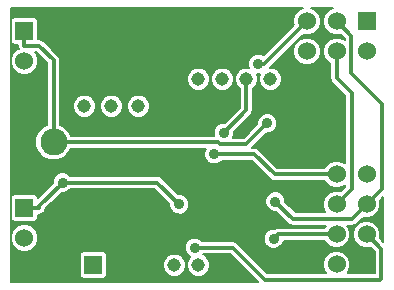
<source format=gbl>
G04 (created by PCBNEW (2011-nov-30)-testing) date Sun 23 Sep 2012 15:15:45 EDT*
%MOIN*%
G04 Gerber Fmt 3.4, Leading zero omitted, Abs format*
%FSLAX34Y34*%
G01*
G70*
G90*
G04 APERTURE LIST*
%ADD10C,0.006*%
%ADD11R,0.06X0.06*%
%ADD12C,0.06*%
%ADD13C,0.09*%
%ADD14C,0.045*%
%ADD15C,0.035*%
%ADD16C,0.012*%
%ADD17C,0.0079*%
G04 APERTURE END LIST*
G54D10*
G54D11*
X61709Y-44980D03*
G54D12*
X60709Y-44980D03*
X61709Y-43980D03*
X60709Y-43980D03*
X61709Y-42980D03*
X60709Y-42980D03*
X61709Y-41980D03*
X60709Y-41980D03*
G54D11*
X61717Y-36878D03*
G54D12*
X61717Y-37878D03*
X60717Y-36878D03*
X60717Y-37878D03*
X59717Y-36878D03*
X59717Y-37878D03*
G54D11*
X50300Y-43100D03*
G54D12*
X50300Y-44100D03*
G54D11*
X52600Y-45000D03*
G54D12*
X51600Y-45000D03*
G54D13*
X59150Y-40900D03*
X51276Y-40900D03*
G54D14*
X56100Y-45000D03*
X55300Y-45000D03*
X52300Y-39700D03*
X53200Y-39700D03*
X54100Y-39700D03*
X56100Y-38800D03*
X56900Y-38800D03*
X57700Y-38800D03*
X58500Y-38800D03*
G54D11*
X50300Y-37200D03*
G54D12*
X50300Y-38200D03*
G54D15*
X51573Y-42248D03*
X55458Y-42980D03*
X58396Y-40279D03*
X55978Y-44424D03*
X56625Y-41310D03*
X58088Y-38299D03*
X58664Y-42881D03*
X58612Y-44126D03*
X57117Y-41905D03*
X56947Y-40597D03*
G54D16*
X50783Y-43038D02*
X51573Y-42248D01*
X50783Y-43100D02*
X50783Y-43038D01*
X50300Y-43100D02*
X50783Y-43100D01*
X54726Y-42248D02*
X55458Y-42980D01*
X51573Y-42248D02*
X54726Y-42248D01*
X50300Y-37200D02*
X50300Y-37683D01*
X50783Y-37683D02*
X50300Y-37683D01*
X51276Y-38176D02*
X50783Y-37683D01*
X51276Y-40900D02*
X51276Y-38176D01*
X57703Y-40972D02*
X58396Y-40279D01*
X56815Y-40972D02*
X57703Y-40972D01*
X56743Y-40900D02*
X56815Y-40972D01*
X51276Y-40900D02*
X56743Y-40900D01*
X57247Y-44424D02*
X55978Y-44424D01*
X58307Y-45484D02*
X57247Y-44424D01*
X62159Y-45484D02*
X58307Y-45484D01*
X62193Y-45450D02*
X62159Y-45484D01*
X62193Y-44464D02*
X62193Y-45450D01*
X61709Y-43980D02*
X62193Y-44464D01*
X57967Y-41310D02*
X56625Y-41310D01*
X58637Y-41980D02*
X57967Y-41310D01*
X60709Y-41980D02*
X58637Y-41980D01*
X61209Y-42480D02*
X60709Y-42980D01*
X61209Y-39262D02*
X61209Y-42480D01*
X60717Y-38770D02*
X61209Y-39262D01*
X60717Y-37878D02*
X60717Y-38770D01*
X58296Y-38299D02*
X58088Y-38299D01*
X59717Y-36878D02*
X58296Y-38299D01*
X62216Y-42473D02*
X61709Y-42980D01*
X62216Y-39626D02*
X62216Y-42473D01*
X61201Y-38611D02*
X62216Y-39626D01*
X61201Y-37362D02*
X61201Y-38611D01*
X60717Y-36878D02*
X61201Y-37362D01*
X59247Y-43464D02*
X58664Y-42881D01*
X61225Y-43464D02*
X59247Y-43464D01*
X61709Y-42980D02*
X61225Y-43464D01*
X58758Y-43980D02*
X58612Y-44126D01*
X60709Y-43980D02*
X58758Y-43980D01*
X61709Y-44980D02*
X61226Y-44980D01*
X56551Y-43755D02*
X57117Y-43189D01*
X52845Y-43755D02*
X56551Y-43755D01*
X51600Y-45000D02*
X52845Y-43755D01*
X61226Y-44531D02*
X61226Y-44980D01*
X61192Y-44497D02*
X61226Y-44531D01*
X58425Y-44497D02*
X61192Y-44497D01*
X57117Y-43189D02*
X58425Y-44497D01*
X57117Y-43189D02*
X57117Y-41905D01*
X57700Y-39844D02*
X56947Y-40597D01*
X57700Y-38800D02*
X57700Y-39844D01*
G54D10*
G36*
X60990Y-41613D02*
X60969Y-41592D01*
X60801Y-41522D01*
X60618Y-41522D01*
X60450Y-41591D01*
X60321Y-41720D01*
X60303Y-41761D01*
X60175Y-41761D01*
X60175Y-37970D01*
X60175Y-37787D01*
X60106Y-37619D01*
X59977Y-37490D01*
X59809Y-37420D01*
X59626Y-37420D01*
X59458Y-37489D01*
X59329Y-37618D01*
X59259Y-37786D01*
X59259Y-37969D01*
X59328Y-38137D01*
X59457Y-38266D01*
X59625Y-38336D01*
X59808Y-38336D01*
X59976Y-38267D01*
X60105Y-38138D01*
X60175Y-37970D01*
X60175Y-41761D01*
X58727Y-41761D01*
X58122Y-41155D01*
X58051Y-41108D01*
X57967Y-41091D01*
X57894Y-41091D01*
X58371Y-40613D01*
X58462Y-40614D01*
X58585Y-40563D01*
X58679Y-40469D01*
X58730Y-40346D01*
X58731Y-40213D01*
X58680Y-40090D01*
X58586Y-39996D01*
X58463Y-39945D01*
X58330Y-39944D01*
X58207Y-39995D01*
X58113Y-40089D01*
X58062Y-40212D01*
X58061Y-40303D01*
X57612Y-40753D01*
X57244Y-40753D01*
X57281Y-40664D01*
X57281Y-40572D01*
X57852Y-40000D01*
X57854Y-39999D01*
X57855Y-39999D01*
X57902Y-39928D01*
X57919Y-39845D01*
X57918Y-39844D01*
X57919Y-39844D01*
X57919Y-39123D01*
X58025Y-39018D01*
X58083Y-38877D01*
X58084Y-38724D01*
X58046Y-38633D01*
X58153Y-38633D01*
X58117Y-38723D01*
X58116Y-38876D01*
X58175Y-39017D01*
X58282Y-39125D01*
X58423Y-39183D01*
X58576Y-39184D01*
X58717Y-39125D01*
X58825Y-39018D01*
X58883Y-38877D01*
X58884Y-38724D01*
X58825Y-38583D01*
X58718Y-38475D01*
X58577Y-38417D01*
X58488Y-38416D01*
X59584Y-37319D01*
X59625Y-37336D01*
X59808Y-37336D01*
X59976Y-37267D01*
X60105Y-37138D01*
X60175Y-36970D01*
X60175Y-36787D01*
X60106Y-36619D01*
X59977Y-36490D01*
X59854Y-36439D01*
X60579Y-36439D01*
X60458Y-36489D01*
X60329Y-36618D01*
X60259Y-36786D01*
X60259Y-36969D01*
X60328Y-37137D01*
X60457Y-37266D01*
X60625Y-37336D01*
X60808Y-37336D01*
X60848Y-37319D01*
X60982Y-37453D01*
X60982Y-37495D01*
X60977Y-37490D01*
X60809Y-37420D01*
X60626Y-37420D01*
X60458Y-37489D01*
X60329Y-37618D01*
X60259Y-37786D01*
X60259Y-37969D01*
X60328Y-38137D01*
X60457Y-38266D01*
X60498Y-38283D01*
X60498Y-38770D01*
X60515Y-38854D01*
X60562Y-38925D01*
X60990Y-39352D01*
X60990Y-41613D01*
X60990Y-41613D01*
G37*
G54D17*
X60990Y-41613D02*
X60969Y-41592D01*
X60801Y-41522D01*
X60618Y-41522D01*
X60450Y-41591D01*
X60321Y-41720D01*
X60303Y-41761D01*
X60175Y-41761D01*
X60175Y-37970D01*
X60175Y-37787D01*
X60106Y-37619D01*
X59977Y-37490D01*
X59809Y-37420D01*
X59626Y-37420D01*
X59458Y-37489D01*
X59329Y-37618D01*
X59259Y-37786D01*
X59259Y-37969D01*
X59328Y-38137D01*
X59457Y-38266D01*
X59625Y-38336D01*
X59808Y-38336D01*
X59976Y-38267D01*
X60105Y-38138D01*
X60175Y-37970D01*
X60175Y-41761D01*
X58727Y-41761D01*
X58122Y-41155D01*
X58051Y-41108D01*
X57967Y-41091D01*
X57894Y-41091D01*
X58371Y-40613D01*
X58462Y-40614D01*
X58585Y-40563D01*
X58679Y-40469D01*
X58730Y-40346D01*
X58731Y-40213D01*
X58680Y-40090D01*
X58586Y-39996D01*
X58463Y-39945D01*
X58330Y-39944D01*
X58207Y-39995D01*
X58113Y-40089D01*
X58062Y-40212D01*
X58061Y-40303D01*
X57612Y-40753D01*
X57244Y-40753D01*
X57281Y-40664D01*
X57281Y-40572D01*
X57852Y-40000D01*
X57854Y-39999D01*
X57855Y-39999D01*
X57902Y-39928D01*
X57919Y-39845D01*
X57918Y-39844D01*
X57919Y-39844D01*
X57919Y-39123D01*
X58025Y-39018D01*
X58083Y-38877D01*
X58084Y-38724D01*
X58046Y-38633D01*
X58153Y-38633D01*
X58117Y-38723D01*
X58116Y-38876D01*
X58175Y-39017D01*
X58282Y-39125D01*
X58423Y-39183D01*
X58576Y-39184D01*
X58717Y-39125D01*
X58825Y-39018D01*
X58883Y-38877D01*
X58884Y-38724D01*
X58825Y-38583D01*
X58718Y-38475D01*
X58577Y-38417D01*
X58488Y-38416D01*
X59584Y-37319D01*
X59625Y-37336D01*
X59808Y-37336D01*
X59976Y-37267D01*
X60105Y-37138D01*
X60175Y-36970D01*
X60175Y-36787D01*
X60106Y-36619D01*
X59977Y-36490D01*
X59854Y-36439D01*
X60579Y-36439D01*
X60458Y-36489D01*
X60329Y-36618D01*
X60259Y-36786D01*
X60259Y-36969D01*
X60328Y-37137D01*
X60457Y-37266D01*
X60625Y-37336D01*
X60808Y-37336D01*
X60848Y-37319D01*
X60982Y-37453D01*
X60982Y-37495D01*
X60977Y-37490D01*
X60809Y-37420D01*
X60626Y-37420D01*
X60458Y-37489D01*
X60329Y-37618D01*
X60259Y-37786D01*
X60259Y-37969D01*
X60328Y-38137D01*
X60457Y-38266D01*
X60498Y-38283D01*
X60498Y-38770D01*
X60515Y-38854D01*
X60562Y-38925D01*
X60990Y-39352D01*
X60990Y-41613D01*
G54D10*
G36*
X62261Y-44222D02*
X62150Y-44111D01*
X62167Y-44072D01*
X62167Y-43889D01*
X62098Y-43721D01*
X61969Y-43592D01*
X61801Y-43522D01*
X61618Y-43522D01*
X61450Y-43591D01*
X61321Y-43720D01*
X61251Y-43888D01*
X61251Y-44071D01*
X61320Y-44239D01*
X61449Y-44368D01*
X61617Y-44438D01*
X61800Y-44438D01*
X61840Y-44421D01*
X61974Y-44555D01*
X61974Y-45265D01*
X61072Y-45265D01*
X61097Y-45240D01*
X61167Y-45072D01*
X61167Y-44889D01*
X61098Y-44721D01*
X60969Y-44592D01*
X60801Y-44522D01*
X60618Y-44522D01*
X60450Y-44591D01*
X60321Y-44720D01*
X60251Y-44888D01*
X60251Y-45071D01*
X60320Y-45239D01*
X60346Y-45265D01*
X58398Y-45265D01*
X57402Y-44269D01*
X57331Y-44222D01*
X57247Y-44205D01*
X56232Y-44205D01*
X56168Y-44141D01*
X56045Y-44090D01*
X55912Y-44089D01*
X55793Y-44138D01*
X55793Y-42914D01*
X55742Y-42791D01*
X55648Y-42697D01*
X55525Y-42646D01*
X55433Y-42645D01*
X54881Y-42093D01*
X54810Y-42046D01*
X54726Y-42029D01*
X51827Y-42029D01*
X51763Y-41965D01*
X51640Y-41914D01*
X51507Y-41913D01*
X51384Y-41964D01*
X51290Y-42058D01*
X51239Y-42181D01*
X51238Y-42272D01*
X50754Y-42756D01*
X50735Y-42711D01*
X50691Y-42666D01*
X50632Y-42641D01*
X50569Y-42641D01*
X49969Y-42641D01*
X49911Y-42665D01*
X49866Y-42709D01*
X49841Y-42768D01*
X49841Y-42831D01*
X49841Y-43431D01*
X49865Y-43489D01*
X49909Y-43534D01*
X49968Y-43559D01*
X50031Y-43559D01*
X50631Y-43559D01*
X50689Y-43535D01*
X50734Y-43491D01*
X50759Y-43432D01*
X50759Y-43369D01*
X50759Y-43319D01*
X50783Y-43319D01*
X50867Y-43302D01*
X50938Y-43255D01*
X50985Y-43184D01*
X50994Y-43136D01*
X51548Y-42582D01*
X51639Y-42583D01*
X51762Y-42532D01*
X51827Y-42467D01*
X54635Y-42467D01*
X55123Y-42955D01*
X55123Y-43046D01*
X55174Y-43169D01*
X55268Y-43263D01*
X55391Y-43314D01*
X55524Y-43315D01*
X55647Y-43264D01*
X55741Y-43170D01*
X55792Y-43047D01*
X55793Y-42914D01*
X55793Y-44138D01*
X55789Y-44140D01*
X55695Y-44234D01*
X55644Y-44357D01*
X55643Y-44490D01*
X55694Y-44613D01*
X55788Y-44707D01*
X55832Y-44725D01*
X55775Y-44782D01*
X55717Y-44923D01*
X55716Y-45076D01*
X55775Y-45217D01*
X55882Y-45325D01*
X56023Y-45383D01*
X56176Y-45384D01*
X56317Y-45325D01*
X56425Y-45218D01*
X56483Y-45077D01*
X56484Y-44924D01*
X56425Y-44783D01*
X56318Y-44675D01*
X56240Y-44643D01*
X57156Y-44643D01*
X58074Y-45561D01*
X55684Y-45561D01*
X55684Y-44924D01*
X55625Y-44783D01*
X55518Y-44675D01*
X55377Y-44617D01*
X55224Y-44616D01*
X55083Y-44675D01*
X54975Y-44782D01*
X54917Y-44923D01*
X54916Y-45076D01*
X54975Y-45217D01*
X55082Y-45325D01*
X55223Y-45383D01*
X55376Y-45384D01*
X55517Y-45325D01*
X55625Y-45218D01*
X55683Y-45077D01*
X55684Y-44924D01*
X55684Y-45561D01*
X53059Y-45561D01*
X53059Y-45332D01*
X53059Y-45269D01*
X53059Y-44669D01*
X53035Y-44611D01*
X52991Y-44566D01*
X52932Y-44541D01*
X52869Y-44541D01*
X52269Y-44541D01*
X52211Y-44565D01*
X52166Y-44609D01*
X52141Y-44668D01*
X52141Y-44731D01*
X52141Y-45331D01*
X52165Y-45389D01*
X52209Y-45434D01*
X52268Y-45459D01*
X52331Y-45459D01*
X52931Y-45459D01*
X52989Y-45435D01*
X53034Y-45391D01*
X53059Y-45332D01*
X53059Y-45561D01*
X50758Y-45561D01*
X50758Y-44192D01*
X50758Y-44009D01*
X50689Y-43841D01*
X50560Y-43712D01*
X50392Y-43642D01*
X50209Y-43642D01*
X50041Y-43711D01*
X49912Y-43840D01*
X49842Y-44008D01*
X49842Y-44191D01*
X49911Y-44359D01*
X50040Y-44488D01*
X50208Y-44558D01*
X50391Y-44558D01*
X50559Y-44489D01*
X50688Y-44360D01*
X50758Y-44192D01*
X50758Y-45561D01*
X49839Y-45561D01*
X49839Y-36439D01*
X59579Y-36439D01*
X59458Y-36489D01*
X59329Y-36618D01*
X59259Y-36786D01*
X59259Y-36969D01*
X59275Y-37009D01*
X58271Y-38013D01*
X58155Y-37965D01*
X58022Y-37964D01*
X57899Y-38015D01*
X57805Y-38109D01*
X57754Y-38232D01*
X57753Y-38365D01*
X57774Y-38416D01*
X57624Y-38416D01*
X57483Y-38475D01*
X57375Y-38582D01*
X57317Y-38723D01*
X57316Y-38876D01*
X57375Y-39017D01*
X57481Y-39123D01*
X57481Y-39753D01*
X57284Y-39949D01*
X57284Y-38724D01*
X57225Y-38583D01*
X57118Y-38475D01*
X56977Y-38417D01*
X56824Y-38416D01*
X56683Y-38475D01*
X56575Y-38582D01*
X56517Y-38723D01*
X56516Y-38876D01*
X56575Y-39017D01*
X56682Y-39125D01*
X56823Y-39183D01*
X56976Y-39184D01*
X57117Y-39125D01*
X57225Y-39018D01*
X57283Y-38877D01*
X57284Y-38724D01*
X57284Y-39949D01*
X56971Y-40262D01*
X56881Y-40262D01*
X56758Y-40313D01*
X56664Y-40407D01*
X56613Y-40530D01*
X56612Y-40663D01*
X56619Y-40681D01*
X56484Y-40681D01*
X56484Y-38724D01*
X56425Y-38583D01*
X56318Y-38475D01*
X56177Y-38417D01*
X56024Y-38416D01*
X55883Y-38475D01*
X55775Y-38582D01*
X55717Y-38723D01*
X55716Y-38876D01*
X55775Y-39017D01*
X55882Y-39125D01*
X56023Y-39183D01*
X56176Y-39184D01*
X56317Y-39125D01*
X56425Y-39018D01*
X56483Y-38877D01*
X56484Y-38724D01*
X56484Y-40681D01*
X54484Y-40681D01*
X54484Y-39624D01*
X54425Y-39483D01*
X54318Y-39375D01*
X54177Y-39317D01*
X54024Y-39316D01*
X53883Y-39375D01*
X53775Y-39482D01*
X53717Y-39623D01*
X53716Y-39776D01*
X53775Y-39917D01*
X53882Y-40025D01*
X54023Y-40083D01*
X54176Y-40084D01*
X54317Y-40025D01*
X54425Y-39918D01*
X54483Y-39777D01*
X54484Y-39624D01*
X54484Y-40681D01*
X53584Y-40681D01*
X53584Y-39624D01*
X53525Y-39483D01*
X53418Y-39375D01*
X53277Y-39317D01*
X53124Y-39316D01*
X52983Y-39375D01*
X52875Y-39482D01*
X52817Y-39623D01*
X52816Y-39776D01*
X52875Y-39917D01*
X52982Y-40025D01*
X53123Y-40083D01*
X53276Y-40084D01*
X53417Y-40025D01*
X53525Y-39918D01*
X53583Y-39777D01*
X53584Y-39624D01*
X53584Y-40681D01*
X52684Y-40681D01*
X52684Y-39624D01*
X52625Y-39483D01*
X52518Y-39375D01*
X52377Y-39317D01*
X52224Y-39316D01*
X52083Y-39375D01*
X51975Y-39482D01*
X51917Y-39623D01*
X51916Y-39776D01*
X51975Y-39917D01*
X52082Y-40025D01*
X52223Y-40083D01*
X52376Y-40084D01*
X52517Y-40025D01*
X52625Y-39918D01*
X52683Y-39777D01*
X52684Y-39624D01*
X52684Y-40681D01*
X51843Y-40681D01*
X51792Y-40556D01*
X51621Y-40385D01*
X51495Y-40332D01*
X51495Y-38176D01*
X51478Y-38092D01*
X51431Y-38021D01*
X50938Y-37528D01*
X50867Y-37481D01*
X50783Y-37464D01*
X50759Y-37464D01*
X50759Y-36869D01*
X50735Y-36811D01*
X50691Y-36766D01*
X50632Y-36741D01*
X50569Y-36741D01*
X49969Y-36741D01*
X49911Y-36765D01*
X49866Y-36809D01*
X49841Y-36868D01*
X49841Y-36931D01*
X49841Y-37531D01*
X49865Y-37589D01*
X49909Y-37634D01*
X49968Y-37659D01*
X50031Y-37659D01*
X50081Y-37659D01*
X50081Y-37683D01*
X50098Y-37767D01*
X50108Y-37783D01*
X50041Y-37811D01*
X49912Y-37940D01*
X49842Y-38108D01*
X49842Y-38291D01*
X49911Y-38459D01*
X50040Y-38588D01*
X50208Y-38658D01*
X50391Y-38658D01*
X50559Y-38589D01*
X50688Y-38460D01*
X50758Y-38292D01*
X50758Y-38109D01*
X50689Y-37941D01*
X50650Y-37902D01*
X50692Y-37902D01*
X51057Y-38267D01*
X51057Y-40332D01*
X50932Y-40384D01*
X50761Y-40555D01*
X50668Y-40779D01*
X50668Y-41020D01*
X50760Y-41244D01*
X50931Y-41415D01*
X51155Y-41508D01*
X51396Y-41508D01*
X51620Y-41416D01*
X51791Y-41245D01*
X51843Y-41119D01*
X56343Y-41119D01*
X56342Y-41120D01*
X56291Y-41243D01*
X56290Y-41376D01*
X56341Y-41499D01*
X56435Y-41593D01*
X56558Y-41644D01*
X56691Y-41645D01*
X56814Y-41594D01*
X56879Y-41529D01*
X57876Y-41529D01*
X58480Y-42132D01*
X58482Y-42135D01*
X58553Y-42182D01*
X58637Y-42199D01*
X60303Y-42199D01*
X60320Y-42239D01*
X60449Y-42368D01*
X60617Y-42438D01*
X60800Y-42438D01*
X60968Y-42369D01*
X60990Y-42347D01*
X60990Y-42389D01*
X60840Y-42538D01*
X60801Y-42522D01*
X60618Y-42522D01*
X60450Y-42591D01*
X60321Y-42720D01*
X60251Y-42888D01*
X60251Y-43071D01*
X60320Y-43239D01*
X60326Y-43245D01*
X59338Y-43245D01*
X58998Y-42905D01*
X58999Y-42815D01*
X58948Y-42692D01*
X58854Y-42598D01*
X58731Y-42547D01*
X58598Y-42546D01*
X58475Y-42597D01*
X58381Y-42691D01*
X58330Y-42814D01*
X58329Y-42947D01*
X58380Y-43070D01*
X58474Y-43164D01*
X58597Y-43215D01*
X58688Y-43215D01*
X59092Y-43619D01*
X59163Y-43666D01*
X59247Y-43683D01*
X60358Y-43683D01*
X60321Y-43720D01*
X60303Y-43761D01*
X58758Y-43761D01*
X58674Y-43778D01*
X58653Y-43791D01*
X58546Y-43791D01*
X58423Y-43842D01*
X58329Y-43936D01*
X58278Y-44059D01*
X58277Y-44192D01*
X58328Y-44315D01*
X58422Y-44409D01*
X58545Y-44460D01*
X58678Y-44461D01*
X58801Y-44410D01*
X58895Y-44316D01*
X58943Y-44199D01*
X60303Y-44199D01*
X60320Y-44239D01*
X60449Y-44368D01*
X60617Y-44438D01*
X60800Y-44438D01*
X60968Y-44369D01*
X61097Y-44240D01*
X61167Y-44072D01*
X61167Y-43889D01*
X61098Y-43721D01*
X61060Y-43683D01*
X61225Y-43683D01*
X61308Y-43666D01*
X61309Y-43666D01*
X61380Y-43619D01*
X61577Y-43421D01*
X61617Y-43438D01*
X61800Y-43438D01*
X61968Y-43369D01*
X62097Y-43240D01*
X62167Y-43072D01*
X62167Y-42889D01*
X62150Y-42848D01*
X62261Y-42738D01*
X62261Y-44222D01*
X62261Y-44222D01*
G37*
G54D17*
X62261Y-44222D02*
X62150Y-44111D01*
X62167Y-44072D01*
X62167Y-43889D01*
X62098Y-43721D01*
X61969Y-43592D01*
X61801Y-43522D01*
X61618Y-43522D01*
X61450Y-43591D01*
X61321Y-43720D01*
X61251Y-43888D01*
X61251Y-44071D01*
X61320Y-44239D01*
X61449Y-44368D01*
X61617Y-44438D01*
X61800Y-44438D01*
X61840Y-44421D01*
X61974Y-44555D01*
X61974Y-45265D01*
X61072Y-45265D01*
X61097Y-45240D01*
X61167Y-45072D01*
X61167Y-44889D01*
X61098Y-44721D01*
X60969Y-44592D01*
X60801Y-44522D01*
X60618Y-44522D01*
X60450Y-44591D01*
X60321Y-44720D01*
X60251Y-44888D01*
X60251Y-45071D01*
X60320Y-45239D01*
X60346Y-45265D01*
X58398Y-45265D01*
X57402Y-44269D01*
X57331Y-44222D01*
X57247Y-44205D01*
X56232Y-44205D01*
X56168Y-44141D01*
X56045Y-44090D01*
X55912Y-44089D01*
X55793Y-44138D01*
X55793Y-42914D01*
X55742Y-42791D01*
X55648Y-42697D01*
X55525Y-42646D01*
X55433Y-42645D01*
X54881Y-42093D01*
X54810Y-42046D01*
X54726Y-42029D01*
X51827Y-42029D01*
X51763Y-41965D01*
X51640Y-41914D01*
X51507Y-41913D01*
X51384Y-41964D01*
X51290Y-42058D01*
X51239Y-42181D01*
X51238Y-42272D01*
X50754Y-42756D01*
X50735Y-42711D01*
X50691Y-42666D01*
X50632Y-42641D01*
X50569Y-42641D01*
X49969Y-42641D01*
X49911Y-42665D01*
X49866Y-42709D01*
X49841Y-42768D01*
X49841Y-42831D01*
X49841Y-43431D01*
X49865Y-43489D01*
X49909Y-43534D01*
X49968Y-43559D01*
X50031Y-43559D01*
X50631Y-43559D01*
X50689Y-43535D01*
X50734Y-43491D01*
X50759Y-43432D01*
X50759Y-43369D01*
X50759Y-43319D01*
X50783Y-43319D01*
X50867Y-43302D01*
X50938Y-43255D01*
X50985Y-43184D01*
X50994Y-43136D01*
X51548Y-42582D01*
X51639Y-42583D01*
X51762Y-42532D01*
X51827Y-42467D01*
X54635Y-42467D01*
X55123Y-42955D01*
X55123Y-43046D01*
X55174Y-43169D01*
X55268Y-43263D01*
X55391Y-43314D01*
X55524Y-43315D01*
X55647Y-43264D01*
X55741Y-43170D01*
X55792Y-43047D01*
X55793Y-42914D01*
X55793Y-44138D01*
X55789Y-44140D01*
X55695Y-44234D01*
X55644Y-44357D01*
X55643Y-44490D01*
X55694Y-44613D01*
X55788Y-44707D01*
X55832Y-44725D01*
X55775Y-44782D01*
X55717Y-44923D01*
X55716Y-45076D01*
X55775Y-45217D01*
X55882Y-45325D01*
X56023Y-45383D01*
X56176Y-45384D01*
X56317Y-45325D01*
X56425Y-45218D01*
X56483Y-45077D01*
X56484Y-44924D01*
X56425Y-44783D01*
X56318Y-44675D01*
X56240Y-44643D01*
X57156Y-44643D01*
X58074Y-45561D01*
X55684Y-45561D01*
X55684Y-44924D01*
X55625Y-44783D01*
X55518Y-44675D01*
X55377Y-44617D01*
X55224Y-44616D01*
X55083Y-44675D01*
X54975Y-44782D01*
X54917Y-44923D01*
X54916Y-45076D01*
X54975Y-45217D01*
X55082Y-45325D01*
X55223Y-45383D01*
X55376Y-45384D01*
X55517Y-45325D01*
X55625Y-45218D01*
X55683Y-45077D01*
X55684Y-44924D01*
X55684Y-45561D01*
X53059Y-45561D01*
X53059Y-45332D01*
X53059Y-45269D01*
X53059Y-44669D01*
X53035Y-44611D01*
X52991Y-44566D01*
X52932Y-44541D01*
X52869Y-44541D01*
X52269Y-44541D01*
X52211Y-44565D01*
X52166Y-44609D01*
X52141Y-44668D01*
X52141Y-44731D01*
X52141Y-45331D01*
X52165Y-45389D01*
X52209Y-45434D01*
X52268Y-45459D01*
X52331Y-45459D01*
X52931Y-45459D01*
X52989Y-45435D01*
X53034Y-45391D01*
X53059Y-45332D01*
X53059Y-45561D01*
X50758Y-45561D01*
X50758Y-44192D01*
X50758Y-44009D01*
X50689Y-43841D01*
X50560Y-43712D01*
X50392Y-43642D01*
X50209Y-43642D01*
X50041Y-43711D01*
X49912Y-43840D01*
X49842Y-44008D01*
X49842Y-44191D01*
X49911Y-44359D01*
X50040Y-44488D01*
X50208Y-44558D01*
X50391Y-44558D01*
X50559Y-44489D01*
X50688Y-44360D01*
X50758Y-44192D01*
X50758Y-45561D01*
X49839Y-45561D01*
X49839Y-36439D01*
X59579Y-36439D01*
X59458Y-36489D01*
X59329Y-36618D01*
X59259Y-36786D01*
X59259Y-36969D01*
X59275Y-37009D01*
X58271Y-38013D01*
X58155Y-37965D01*
X58022Y-37964D01*
X57899Y-38015D01*
X57805Y-38109D01*
X57754Y-38232D01*
X57753Y-38365D01*
X57774Y-38416D01*
X57624Y-38416D01*
X57483Y-38475D01*
X57375Y-38582D01*
X57317Y-38723D01*
X57316Y-38876D01*
X57375Y-39017D01*
X57481Y-39123D01*
X57481Y-39753D01*
X57284Y-39949D01*
X57284Y-38724D01*
X57225Y-38583D01*
X57118Y-38475D01*
X56977Y-38417D01*
X56824Y-38416D01*
X56683Y-38475D01*
X56575Y-38582D01*
X56517Y-38723D01*
X56516Y-38876D01*
X56575Y-39017D01*
X56682Y-39125D01*
X56823Y-39183D01*
X56976Y-39184D01*
X57117Y-39125D01*
X57225Y-39018D01*
X57283Y-38877D01*
X57284Y-38724D01*
X57284Y-39949D01*
X56971Y-40262D01*
X56881Y-40262D01*
X56758Y-40313D01*
X56664Y-40407D01*
X56613Y-40530D01*
X56612Y-40663D01*
X56619Y-40681D01*
X56484Y-40681D01*
X56484Y-38724D01*
X56425Y-38583D01*
X56318Y-38475D01*
X56177Y-38417D01*
X56024Y-38416D01*
X55883Y-38475D01*
X55775Y-38582D01*
X55717Y-38723D01*
X55716Y-38876D01*
X55775Y-39017D01*
X55882Y-39125D01*
X56023Y-39183D01*
X56176Y-39184D01*
X56317Y-39125D01*
X56425Y-39018D01*
X56483Y-38877D01*
X56484Y-38724D01*
X56484Y-40681D01*
X54484Y-40681D01*
X54484Y-39624D01*
X54425Y-39483D01*
X54318Y-39375D01*
X54177Y-39317D01*
X54024Y-39316D01*
X53883Y-39375D01*
X53775Y-39482D01*
X53717Y-39623D01*
X53716Y-39776D01*
X53775Y-39917D01*
X53882Y-40025D01*
X54023Y-40083D01*
X54176Y-40084D01*
X54317Y-40025D01*
X54425Y-39918D01*
X54483Y-39777D01*
X54484Y-39624D01*
X54484Y-40681D01*
X53584Y-40681D01*
X53584Y-39624D01*
X53525Y-39483D01*
X53418Y-39375D01*
X53277Y-39317D01*
X53124Y-39316D01*
X52983Y-39375D01*
X52875Y-39482D01*
X52817Y-39623D01*
X52816Y-39776D01*
X52875Y-39917D01*
X52982Y-40025D01*
X53123Y-40083D01*
X53276Y-40084D01*
X53417Y-40025D01*
X53525Y-39918D01*
X53583Y-39777D01*
X53584Y-39624D01*
X53584Y-40681D01*
X52684Y-40681D01*
X52684Y-39624D01*
X52625Y-39483D01*
X52518Y-39375D01*
X52377Y-39317D01*
X52224Y-39316D01*
X52083Y-39375D01*
X51975Y-39482D01*
X51917Y-39623D01*
X51916Y-39776D01*
X51975Y-39917D01*
X52082Y-40025D01*
X52223Y-40083D01*
X52376Y-40084D01*
X52517Y-40025D01*
X52625Y-39918D01*
X52683Y-39777D01*
X52684Y-39624D01*
X52684Y-40681D01*
X51843Y-40681D01*
X51792Y-40556D01*
X51621Y-40385D01*
X51495Y-40332D01*
X51495Y-38176D01*
X51478Y-38092D01*
X51431Y-38021D01*
X50938Y-37528D01*
X50867Y-37481D01*
X50783Y-37464D01*
X50759Y-37464D01*
X50759Y-36869D01*
X50735Y-36811D01*
X50691Y-36766D01*
X50632Y-36741D01*
X50569Y-36741D01*
X49969Y-36741D01*
X49911Y-36765D01*
X49866Y-36809D01*
X49841Y-36868D01*
X49841Y-36931D01*
X49841Y-37531D01*
X49865Y-37589D01*
X49909Y-37634D01*
X49968Y-37659D01*
X50031Y-37659D01*
X50081Y-37659D01*
X50081Y-37683D01*
X50098Y-37767D01*
X50108Y-37783D01*
X50041Y-37811D01*
X49912Y-37940D01*
X49842Y-38108D01*
X49842Y-38291D01*
X49911Y-38459D01*
X50040Y-38588D01*
X50208Y-38658D01*
X50391Y-38658D01*
X50559Y-38589D01*
X50688Y-38460D01*
X50758Y-38292D01*
X50758Y-38109D01*
X50689Y-37941D01*
X50650Y-37902D01*
X50692Y-37902D01*
X51057Y-38267D01*
X51057Y-40332D01*
X50932Y-40384D01*
X50761Y-40555D01*
X50668Y-40779D01*
X50668Y-41020D01*
X50760Y-41244D01*
X50931Y-41415D01*
X51155Y-41508D01*
X51396Y-41508D01*
X51620Y-41416D01*
X51791Y-41245D01*
X51843Y-41119D01*
X56343Y-41119D01*
X56342Y-41120D01*
X56291Y-41243D01*
X56290Y-41376D01*
X56341Y-41499D01*
X56435Y-41593D01*
X56558Y-41644D01*
X56691Y-41645D01*
X56814Y-41594D01*
X56879Y-41529D01*
X57876Y-41529D01*
X58480Y-42132D01*
X58482Y-42135D01*
X58553Y-42182D01*
X58637Y-42199D01*
X60303Y-42199D01*
X60320Y-42239D01*
X60449Y-42368D01*
X60617Y-42438D01*
X60800Y-42438D01*
X60968Y-42369D01*
X60990Y-42347D01*
X60990Y-42389D01*
X60840Y-42538D01*
X60801Y-42522D01*
X60618Y-42522D01*
X60450Y-42591D01*
X60321Y-42720D01*
X60251Y-42888D01*
X60251Y-43071D01*
X60320Y-43239D01*
X60326Y-43245D01*
X59338Y-43245D01*
X58998Y-42905D01*
X58999Y-42815D01*
X58948Y-42692D01*
X58854Y-42598D01*
X58731Y-42547D01*
X58598Y-42546D01*
X58475Y-42597D01*
X58381Y-42691D01*
X58330Y-42814D01*
X58329Y-42947D01*
X58380Y-43070D01*
X58474Y-43164D01*
X58597Y-43215D01*
X58688Y-43215D01*
X59092Y-43619D01*
X59163Y-43666D01*
X59247Y-43683D01*
X60358Y-43683D01*
X60321Y-43720D01*
X60303Y-43761D01*
X58758Y-43761D01*
X58674Y-43778D01*
X58653Y-43791D01*
X58546Y-43791D01*
X58423Y-43842D01*
X58329Y-43936D01*
X58278Y-44059D01*
X58277Y-44192D01*
X58328Y-44315D01*
X58422Y-44409D01*
X58545Y-44460D01*
X58678Y-44461D01*
X58801Y-44410D01*
X58895Y-44316D01*
X58943Y-44199D01*
X60303Y-44199D01*
X60320Y-44239D01*
X60449Y-44368D01*
X60617Y-44438D01*
X60800Y-44438D01*
X60968Y-44369D01*
X61097Y-44240D01*
X61167Y-44072D01*
X61167Y-43889D01*
X61098Y-43721D01*
X61060Y-43683D01*
X61225Y-43683D01*
X61308Y-43666D01*
X61309Y-43666D01*
X61380Y-43619D01*
X61577Y-43421D01*
X61617Y-43438D01*
X61800Y-43438D01*
X61968Y-43369D01*
X62097Y-43240D01*
X62167Y-43072D01*
X62167Y-42889D01*
X62150Y-42848D01*
X62261Y-42738D01*
X62261Y-44222D01*
M02*

</source>
